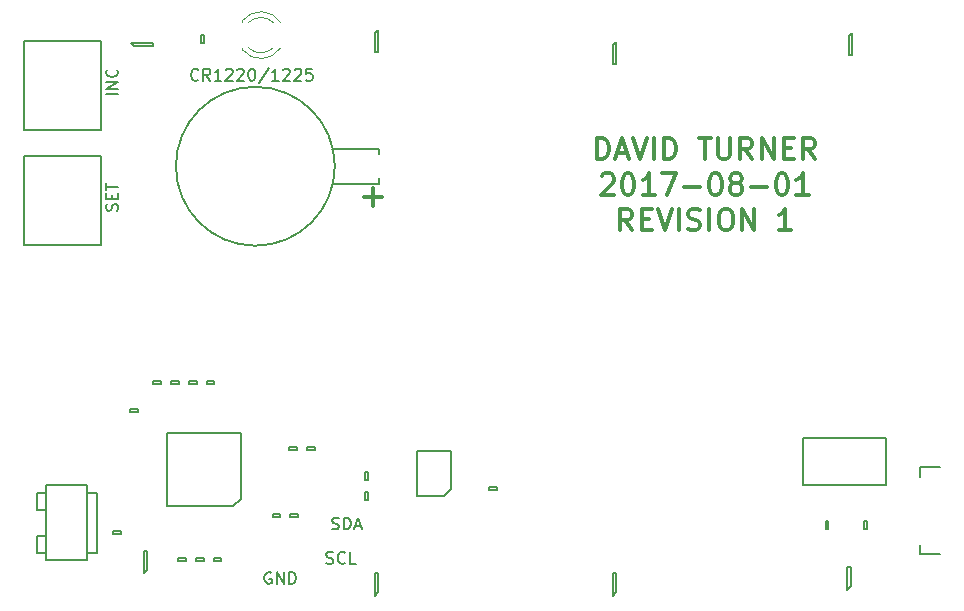
<source format=gto>
G04 #@! TF.GenerationSoftware,KiCad,Pcbnew,(2017-07-16 revision e797af331)-makepkg*
G04 #@! TF.CreationDate,2017-08-01T20:13:45+01:00*
G04 #@! TF.ProjectId,smalltime,736D616C6C74696D652E6B696361645F,rev?*
G04 #@! TF.SameCoordinates,Original
G04 #@! TF.FileFunction,Legend,Top*
G04 #@! TF.FilePolarity,Positive*
%FSLAX46Y46*%
G04 Gerber Fmt 4.6, Leading zero omitted, Abs format (unit mm)*
G04 Created by KiCad (PCBNEW (2017-07-16 revision e797af331)-makepkg) date 08/01/17 20:13:45*
%MOMM*%
%LPD*%
G01*
G04 APERTURE LIST*
%ADD10C,0.300000*%
%ADD11C,0.150000*%
%ADD12C,0.120000*%
G04 APERTURE END LIST*
D10*
X103838095Y-52742857D02*
X105361904Y-52742857D01*
X104600000Y-53504761D02*
X104600000Y-51980952D01*
X123485714Y-49514285D02*
X123485714Y-47714285D01*
X123914285Y-47714285D01*
X124171428Y-47800000D01*
X124342857Y-47971428D01*
X124428571Y-48142857D01*
X124514285Y-48485714D01*
X124514285Y-48742857D01*
X124428571Y-49085714D01*
X124342857Y-49257142D01*
X124171428Y-49428571D01*
X123914285Y-49514285D01*
X123485714Y-49514285D01*
X125200000Y-49000000D02*
X126057142Y-49000000D01*
X125028571Y-49514285D02*
X125628571Y-47714285D01*
X126228571Y-49514285D01*
X126571428Y-47714285D02*
X127171428Y-49514285D01*
X127771428Y-47714285D01*
X128371428Y-49514285D02*
X128371428Y-47714285D01*
X129228571Y-49514285D02*
X129228571Y-47714285D01*
X129657142Y-47714285D01*
X129914285Y-47800000D01*
X130085714Y-47971428D01*
X130171428Y-48142857D01*
X130257142Y-48485714D01*
X130257142Y-48742857D01*
X130171428Y-49085714D01*
X130085714Y-49257142D01*
X129914285Y-49428571D01*
X129657142Y-49514285D01*
X129228571Y-49514285D01*
X132142857Y-47714285D02*
X133171428Y-47714285D01*
X132657142Y-49514285D02*
X132657142Y-47714285D01*
X133771428Y-47714285D02*
X133771428Y-49171428D01*
X133857142Y-49342857D01*
X133942857Y-49428571D01*
X134114285Y-49514285D01*
X134457142Y-49514285D01*
X134628571Y-49428571D01*
X134714285Y-49342857D01*
X134800000Y-49171428D01*
X134800000Y-47714285D01*
X136685714Y-49514285D02*
X136085714Y-48657142D01*
X135657142Y-49514285D02*
X135657142Y-47714285D01*
X136342857Y-47714285D01*
X136514285Y-47800000D01*
X136600000Y-47885714D01*
X136685714Y-48057142D01*
X136685714Y-48314285D01*
X136600000Y-48485714D01*
X136514285Y-48571428D01*
X136342857Y-48657142D01*
X135657142Y-48657142D01*
X137457142Y-49514285D02*
X137457142Y-47714285D01*
X138485714Y-49514285D01*
X138485714Y-47714285D01*
X139342857Y-48571428D02*
X139942857Y-48571428D01*
X140200000Y-49514285D02*
X139342857Y-49514285D01*
X139342857Y-47714285D01*
X140200000Y-47714285D01*
X142000000Y-49514285D02*
X141400000Y-48657142D01*
X140971428Y-49514285D02*
X140971428Y-47714285D01*
X141657142Y-47714285D01*
X141828571Y-47800000D01*
X141914285Y-47885714D01*
X142000000Y-48057142D01*
X142000000Y-48314285D01*
X141914285Y-48485714D01*
X141828571Y-48571428D01*
X141657142Y-48657142D01*
X140971428Y-48657142D01*
X123957142Y-50885714D02*
X124042857Y-50800000D01*
X124214285Y-50714285D01*
X124642857Y-50714285D01*
X124814285Y-50800000D01*
X124900000Y-50885714D01*
X124985714Y-51057142D01*
X124985714Y-51228571D01*
X124900000Y-51485714D01*
X123871428Y-52514285D01*
X124985714Y-52514285D01*
X126100000Y-50714285D02*
X126271428Y-50714285D01*
X126442857Y-50800000D01*
X126528571Y-50885714D01*
X126614285Y-51057142D01*
X126700000Y-51400000D01*
X126700000Y-51828571D01*
X126614285Y-52171428D01*
X126528571Y-52342857D01*
X126442857Y-52428571D01*
X126271428Y-52514285D01*
X126100000Y-52514285D01*
X125928571Y-52428571D01*
X125842857Y-52342857D01*
X125757142Y-52171428D01*
X125671428Y-51828571D01*
X125671428Y-51400000D01*
X125757142Y-51057142D01*
X125842857Y-50885714D01*
X125928571Y-50800000D01*
X126100000Y-50714285D01*
X128414285Y-52514285D02*
X127385714Y-52514285D01*
X127900000Y-52514285D02*
X127900000Y-50714285D01*
X127728571Y-50971428D01*
X127557142Y-51142857D01*
X127385714Y-51228571D01*
X129014285Y-50714285D02*
X130214285Y-50714285D01*
X129442857Y-52514285D01*
X130900000Y-51828571D02*
X132271428Y-51828571D01*
X133471428Y-50714285D02*
X133642857Y-50714285D01*
X133814285Y-50800000D01*
X133900000Y-50885714D01*
X133985714Y-51057142D01*
X134071428Y-51400000D01*
X134071428Y-51828571D01*
X133985714Y-52171428D01*
X133900000Y-52342857D01*
X133814285Y-52428571D01*
X133642857Y-52514285D01*
X133471428Y-52514285D01*
X133300000Y-52428571D01*
X133214285Y-52342857D01*
X133128571Y-52171428D01*
X133042857Y-51828571D01*
X133042857Y-51400000D01*
X133128571Y-51057142D01*
X133214285Y-50885714D01*
X133300000Y-50800000D01*
X133471428Y-50714285D01*
X135100000Y-51485714D02*
X134928571Y-51400000D01*
X134842857Y-51314285D01*
X134757142Y-51142857D01*
X134757142Y-51057142D01*
X134842857Y-50885714D01*
X134928571Y-50800000D01*
X135100000Y-50714285D01*
X135442857Y-50714285D01*
X135614285Y-50800000D01*
X135700000Y-50885714D01*
X135785714Y-51057142D01*
X135785714Y-51142857D01*
X135700000Y-51314285D01*
X135614285Y-51400000D01*
X135442857Y-51485714D01*
X135100000Y-51485714D01*
X134928571Y-51571428D01*
X134842857Y-51657142D01*
X134757142Y-51828571D01*
X134757142Y-52171428D01*
X134842857Y-52342857D01*
X134928571Y-52428571D01*
X135100000Y-52514285D01*
X135442857Y-52514285D01*
X135614285Y-52428571D01*
X135700000Y-52342857D01*
X135785714Y-52171428D01*
X135785714Y-51828571D01*
X135700000Y-51657142D01*
X135614285Y-51571428D01*
X135442857Y-51485714D01*
X136557142Y-51828571D02*
X137928571Y-51828571D01*
X139128571Y-50714285D02*
X139300000Y-50714285D01*
X139471428Y-50800000D01*
X139557142Y-50885714D01*
X139642857Y-51057142D01*
X139728571Y-51400000D01*
X139728571Y-51828571D01*
X139642857Y-52171428D01*
X139557142Y-52342857D01*
X139471428Y-52428571D01*
X139300000Y-52514285D01*
X139128571Y-52514285D01*
X138957142Y-52428571D01*
X138871428Y-52342857D01*
X138785714Y-52171428D01*
X138700000Y-51828571D01*
X138700000Y-51400000D01*
X138785714Y-51057142D01*
X138871428Y-50885714D01*
X138957142Y-50800000D01*
X139128571Y-50714285D01*
X141442857Y-52514285D02*
X140414285Y-52514285D01*
X140928571Y-52514285D02*
X140928571Y-50714285D01*
X140757142Y-50971428D01*
X140585714Y-51142857D01*
X140414285Y-51228571D01*
X126528571Y-55514285D02*
X125928571Y-54657142D01*
X125500000Y-55514285D02*
X125500000Y-53714285D01*
X126185714Y-53714285D01*
X126357142Y-53800000D01*
X126442857Y-53885714D01*
X126528571Y-54057142D01*
X126528571Y-54314285D01*
X126442857Y-54485714D01*
X126357142Y-54571428D01*
X126185714Y-54657142D01*
X125500000Y-54657142D01*
X127300000Y-54571428D02*
X127900000Y-54571428D01*
X128157142Y-55514285D02*
X127300000Y-55514285D01*
X127300000Y-53714285D01*
X128157142Y-53714285D01*
X128671428Y-53714285D02*
X129271428Y-55514285D01*
X129871428Y-53714285D01*
X130471428Y-55514285D02*
X130471428Y-53714285D01*
X131242857Y-55428571D02*
X131500000Y-55514285D01*
X131928571Y-55514285D01*
X132100000Y-55428571D01*
X132185714Y-55342857D01*
X132271428Y-55171428D01*
X132271428Y-55000000D01*
X132185714Y-54828571D01*
X132100000Y-54742857D01*
X131928571Y-54657142D01*
X131585714Y-54571428D01*
X131414285Y-54485714D01*
X131328571Y-54400000D01*
X131242857Y-54228571D01*
X131242857Y-54057142D01*
X131328571Y-53885714D01*
X131414285Y-53800000D01*
X131585714Y-53714285D01*
X132014285Y-53714285D01*
X132271428Y-53800000D01*
X133042857Y-55514285D02*
X133042857Y-53714285D01*
X134242857Y-53714285D02*
X134585714Y-53714285D01*
X134757142Y-53800000D01*
X134928571Y-53971428D01*
X135014285Y-54314285D01*
X135014285Y-54914285D01*
X134928571Y-55257142D01*
X134757142Y-55428571D01*
X134585714Y-55514285D01*
X134242857Y-55514285D01*
X134071428Y-55428571D01*
X133900000Y-55257142D01*
X133814285Y-54914285D01*
X133814285Y-54314285D01*
X133900000Y-53971428D01*
X134071428Y-53800000D01*
X134242857Y-53714285D01*
X135785714Y-55514285D02*
X135785714Y-53714285D01*
X136814285Y-55514285D01*
X136814285Y-53714285D01*
X139985714Y-55514285D02*
X138957142Y-55514285D01*
X139471428Y-55514285D02*
X139471428Y-53714285D01*
X139300000Y-53971428D01*
X139128571Y-54142857D01*
X138957142Y-54228571D01*
D11*
X76900500Y-82830000D02*
X76075000Y-82830000D01*
X76075000Y-82830000D02*
X76075000Y-81369500D01*
X76075000Y-81369500D02*
X76900500Y-81369500D01*
X76900500Y-77750000D02*
X76075000Y-77750000D01*
X76075000Y-77750000D02*
X76075000Y-79210500D01*
X76075000Y-79210500D02*
X76900500Y-79210500D01*
X80329500Y-77750000D02*
X81155000Y-77750000D01*
X81155000Y-77750000D02*
X81155000Y-82830000D01*
X81155000Y-82830000D02*
X80329500Y-82830000D01*
X80329500Y-80290000D02*
X80329500Y-83465000D01*
X80329500Y-83465000D02*
X76900500Y-83465000D01*
X76900500Y-83465000D02*
X76900500Y-77115000D01*
X76900500Y-77115000D02*
X80329500Y-77115000D01*
X80329500Y-77115000D02*
X80329500Y-80290000D01*
X105100000Y-51600000D02*
X101100000Y-51600000D01*
X105100000Y-51100000D02*
X105100000Y-51600000D01*
X105100000Y-48600000D02*
X105100000Y-49100000D01*
X105100000Y-48600000D02*
X101100000Y-48600000D01*
X101326812Y-50100000D02*
G75*
G03X101326812Y-50100000I-6726812J0D01*
G01*
X97475000Y-74125000D02*
X97475000Y-73875000D01*
X97475000Y-73875000D02*
X98125000Y-73875000D01*
X98125000Y-73875000D02*
X98125000Y-74125000D01*
X98125000Y-74125000D02*
X97475000Y-74125000D01*
X98975000Y-74125000D02*
X98975000Y-73875000D01*
X98975000Y-73875000D02*
X99625000Y-73875000D01*
X99625000Y-73875000D02*
X99625000Y-74125000D01*
X99625000Y-74125000D02*
X98975000Y-74125000D01*
X98225000Y-79575000D02*
X98225000Y-79825000D01*
X98225000Y-79825000D02*
X97575000Y-79825000D01*
X97575000Y-79825000D02*
X97575000Y-79575000D01*
X97575000Y-79575000D02*
X98225000Y-79575000D01*
X83975000Y-70925000D02*
X83975000Y-70675000D01*
X83975000Y-70675000D02*
X84625000Y-70675000D01*
X84625000Y-70675000D02*
X84625000Y-70925000D01*
X84625000Y-70925000D02*
X83975000Y-70925000D01*
X96725000Y-79575000D02*
X96725000Y-79825000D01*
X96725000Y-79825000D02*
X96075000Y-79825000D01*
X96075000Y-79825000D02*
X96075000Y-79575000D01*
X96075000Y-79575000D02*
X96725000Y-79575000D01*
X115075000Y-77225000D02*
X115075000Y-77475000D01*
X115075000Y-77475000D02*
X114425000Y-77475000D01*
X114425000Y-77475000D02*
X114425000Y-77225000D01*
X114425000Y-77225000D02*
X115075000Y-77225000D01*
X146375000Y-80825000D02*
X146125000Y-80825000D01*
X146125000Y-80825000D02*
X146125000Y-80175000D01*
X146125000Y-80175000D02*
X146375000Y-80175000D01*
X146375000Y-80175000D02*
X146375000Y-80825000D01*
X143125000Y-80825000D02*
X142875000Y-80825000D01*
X142875000Y-80825000D02*
X142875000Y-80175000D01*
X142875000Y-80175000D02*
X143125000Y-80175000D01*
X143125000Y-80175000D02*
X143125000Y-80825000D01*
X92750000Y-78850000D02*
X87150000Y-78850000D01*
X87150000Y-78850000D02*
X87150000Y-72650000D01*
X87150000Y-72650000D02*
X93350000Y-72650000D01*
X93350000Y-72650000D02*
X93350000Y-78250000D01*
X93350000Y-78250000D02*
X92750000Y-78850000D01*
X110575000Y-78005000D02*
X108325000Y-78005000D01*
X108325000Y-78005000D02*
X108325000Y-74195000D01*
X108325000Y-74195000D02*
X111175000Y-74195000D01*
X111175000Y-74195000D02*
X111175000Y-77405000D01*
X111175000Y-77405000D02*
X110575000Y-78005000D01*
X141000000Y-77100000D02*
X141000000Y-73100000D01*
X141000000Y-73100000D02*
X148000000Y-73100000D01*
X148000000Y-73100000D02*
X148000000Y-77100000D01*
X148000000Y-77100000D02*
X141000000Y-77100000D01*
X150875000Y-82950000D02*
X152575000Y-82950000D01*
X150875000Y-82150000D02*
X150875000Y-82950000D01*
X150875000Y-75550000D02*
X150875000Y-76400000D01*
X152575000Y-75550000D02*
X150875000Y-75550000D01*
D12*
X96742335Y-37921392D02*
G75*
G03X93510000Y-37764484I-1672335J-1078608D01*
G01*
X96742335Y-40078608D02*
G75*
G02X93510000Y-40235516I-1672335J1078608D01*
G01*
X96111130Y-37920163D02*
G75*
G03X94029039Y-37920000I-1041130J-1079837D01*
G01*
X96111130Y-40079837D02*
G75*
G02X94029039Y-40080000I-1041130J1079837D01*
G01*
X93510000Y-37764000D02*
X93510000Y-37920000D01*
X93510000Y-40080000D02*
X93510000Y-40236000D01*
D11*
X85150000Y-84550000D02*
X85150000Y-84550000D01*
X85150000Y-84550000D02*
X85150000Y-82650000D01*
X85150000Y-82650000D02*
X85450000Y-82650000D01*
X85450000Y-82650000D02*
X85450000Y-84250000D01*
X85450000Y-84250000D02*
X85150000Y-84550000D01*
X104700000Y-86450000D02*
X104700000Y-86450000D01*
X104700000Y-86450000D02*
X104700000Y-84550000D01*
X104700000Y-84550000D02*
X105000000Y-84550000D01*
X105000000Y-84550000D02*
X105000000Y-86150000D01*
X105000000Y-86150000D02*
X104700000Y-86450000D01*
X124850000Y-86450000D02*
X124850000Y-86450000D01*
X124850000Y-86450000D02*
X124850000Y-84550000D01*
X124850000Y-84550000D02*
X125150000Y-84550000D01*
X125150000Y-84550000D02*
X125150000Y-86150000D01*
X125150000Y-86150000D02*
X124850000Y-86450000D01*
X144700000Y-85950000D02*
X144700000Y-85950000D01*
X144700000Y-85950000D02*
X144700000Y-84050000D01*
X144700000Y-84050000D02*
X145000000Y-84050000D01*
X145000000Y-84050000D02*
X145000000Y-85650000D01*
X145000000Y-85650000D02*
X144700000Y-85950000D01*
X84050000Y-39650000D02*
X84050000Y-39650000D01*
X84050000Y-39650000D02*
X85950000Y-39650000D01*
X85950000Y-39650000D02*
X85950000Y-39950000D01*
X85950000Y-39950000D02*
X84350000Y-39950000D01*
X84350000Y-39950000D02*
X84050000Y-39650000D01*
X105000000Y-38550000D02*
X105000000Y-38550000D01*
X105000000Y-38550000D02*
X105000000Y-40450000D01*
X105000000Y-40450000D02*
X104700000Y-40450000D01*
X104700000Y-40450000D02*
X104700000Y-38850000D01*
X104700000Y-38850000D02*
X105000000Y-38550000D01*
X125150000Y-39550000D02*
X125150000Y-39550000D01*
X125150000Y-39550000D02*
X125150000Y-41450000D01*
X125150000Y-41450000D02*
X124850000Y-41450000D01*
X124850000Y-41450000D02*
X124850000Y-39850000D01*
X124850000Y-39850000D02*
X125150000Y-39550000D01*
X145150000Y-38800000D02*
X145150000Y-38800000D01*
X145150000Y-38800000D02*
X145150000Y-40700000D01*
X145150000Y-40700000D02*
X144850000Y-40700000D01*
X144850000Y-40700000D02*
X144850000Y-39100000D01*
X144850000Y-39100000D02*
X145150000Y-38800000D01*
X103875000Y-76025000D02*
X104125000Y-76025000D01*
X104125000Y-76025000D02*
X104125000Y-76675000D01*
X104125000Y-76675000D02*
X103875000Y-76675000D01*
X103875000Y-76675000D02*
X103875000Y-76025000D01*
X103875000Y-77675000D02*
X104125000Y-77675000D01*
X104125000Y-77675000D02*
X104125000Y-78325000D01*
X104125000Y-78325000D02*
X103875000Y-78325000D01*
X103875000Y-78325000D02*
X103875000Y-77675000D01*
X90225000Y-39625000D02*
X89975000Y-39625000D01*
X89975000Y-39625000D02*
X89975000Y-38975000D01*
X89975000Y-38975000D02*
X90225000Y-38975000D01*
X90225000Y-38975000D02*
X90225000Y-39625000D01*
X88075000Y-83525000D02*
X88075000Y-83275000D01*
X88075000Y-83275000D02*
X88725000Y-83275000D01*
X88725000Y-83275000D02*
X88725000Y-83525000D01*
X88725000Y-83525000D02*
X88075000Y-83525000D01*
X82575000Y-81225000D02*
X82575000Y-80975000D01*
X82575000Y-80975000D02*
X83225000Y-80975000D01*
X83225000Y-80975000D02*
X83225000Y-81225000D01*
X83225000Y-81225000D02*
X82575000Y-81225000D01*
X88125000Y-68275000D02*
X88125000Y-68525000D01*
X88125000Y-68525000D02*
X87475000Y-68525000D01*
X87475000Y-68525000D02*
X87475000Y-68275000D01*
X87475000Y-68275000D02*
X88125000Y-68275000D01*
X89625000Y-68275000D02*
X89625000Y-68525000D01*
X89625000Y-68525000D02*
X88975000Y-68525000D01*
X88975000Y-68525000D02*
X88975000Y-68275000D01*
X88975000Y-68275000D02*
X89625000Y-68275000D01*
X91125000Y-68275000D02*
X91125000Y-68525000D01*
X91125000Y-68525000D02*
X90475000Y-68525000D01*
X90475000Y-68525000D02*
X90475000Y-68275000D01*
X90475000Y-68275000D02*
X91125000Y-68275000D01*
X89575000Y-83525000D02*
X89575000Y-83275000D01*
X89575000Y-83275000D02*
X90225000Y-83275000D01*
X90225000Y-83275000D02*
X90225000Y-83525000D01*
X90225000Y-83525000D02*
X89575000Y-83525000D01*
X91075000Y-83525000D02*
X91075000Y-83275000D01*
X91075000Y-83275000D02*
X91725000Y-83275000D01*
X91725000Y-83275000D02*
X91725000Y-83525000D01*
X91725000Y-83525000D02*
X91075000Y-83525000D01*
X86625000Y-68275000D02*
X86625000Y-68525000D01*
X86625000Y-68525000D02*
X85975000Y-68525000D01*
X85975000Y-68525000D02*
X85975000Y-68275000D01*
X85975000Y-68275000D02*
X86625000Y-68275000D01*
X75000000Y-39500000D02*
X81500000Y-39500000D01*
X75000000Y-47000000D02*
X75000000Y-39500000D01*
X81500000Y-47000000D02*
X75000000Y-47000000D01*
X81500000Y-39500000D02*
X81500000Y-47000000D01*
X75000000Y-49250000D02*
X81500000Y-49250000D01*
X75000000Y-56750000D02*
X75000000Y-49250000D01*
X81500000Y-56750000D02*
X75000000Y-56750000D01*
X81500000Y-49250000D02*
X81500000Y-56750000D01*
X100609523Y-83704761D02*
X100752380Y-83752380D01*
X100990476Y-83752380D01*
X101085714Y-83704761D01*
X101133333Y-83657142D01*
X101180952Y-83561904D01*
X101180952Y-83466666D01*
X101133333Y-83371428D01*
X101085714Y-83323809D01*
X100990476Y-83276190D01*
X100800000Y-83228571D01*
X100704761Y-83180952D01*
X100657142Y-83133333D01*
X100609523Y-83038095D01*
X100609523Y-82942857D01*
X100657142Y-82847619D01*
X100704761Y-82800000D01*
X100800000Y-82752380D01*
X101038095Y-82752380D01*
X101180952Y-82800000D01*
X102180952Y-83657142D02*
X102133333Y-83704761D01*
X101990476Y-83752380D01*
X101895238Y-83752380D01*
X101752380Y-83704761D01*
X101657142Y-83609523D01*
X101609523Y-83514285D01*
X101561904Y-83323809D01*
X101561904Y-83180952D01*
X101609523Y-82990476D01*
X101657142Y-82895238D01*
X101752380Y-82800000D01*
X101895238Y-82752380D01*
X101990476Y-82752380D01*
X102133333Y-82800000D01*
X102180952Y-82847619D01*
X103085714Y-83752380D02*
X102609523Y-83752380D01*
X102609523Y-82752380D01*
X101085714Y-80804761D02*
X101228571Y-80852380D01*
X101466666Y-80852380D01*
X101561904Y-80804761D01*
X101609523Y-80757142D01*
X101657142Y-80661904D01*
X101657142Y-80566666D01*
X101609523Y-80471428D01*
X101561904Y-80423809D01*
X101466666Y-80376190D01*
X101276190Y-80328571D01*
X101180952Y-80280952D01*
X101133333Y-80233333D01*
X101085714Y-80138095D01*
X101085714Y-80042857D01*
X101133333Y-79947619D01*
X101180952Y-79900000D01*
X101276190Y-79852380D01*
X101514285Y-79852380D01*
X101657142Y-79900000D01*
X102085714Y-80852380D02*
X102085714Y-79852380D01*
X102323809Y-79852380D01*
X102466666Y-79900000D01*
X102561904Y-79995238D01*
X102609523Y-80090476D01*
X102657142Y-80280952D01*
X102657142Y-80423809D01*
X102609523Y-80614285D01*
X102561904Y-80709523D01*
X102466666Y-80804761D01*
X102323809Y-80852380D01*
X102085714Y-80852380D01*
X103038095Y-80566666D02*
X103514285Y-80566666D01*
X102942857Y-80852380D02*
X103276190Y-79852380D01*
X103609523Y-80852380D01*
X95938095Y-84500000D02*
X95842857Y-84452380D01*
X95700000Y-84452380D01*
X95557142Y-84500000D01*
X95461904Y-84595238D01*
X95414285Y-84690476D01*
X95366666Y-84880952D01*
X95366666Y-85023809D01*
X95414285Y-85214285D01*
X95461904Y-85309523D01*
X95557142Y-85404761D01*
X95700000Y-85452380D01*
X95795238Y-85452380D01*
X95938095Y-85404761D01*
X95985714Y-85357142D01*
X95985714Y-85023809D01*
X95795238Y-85023809D01*
X96414285Y-85452380D02*
X96414285Y-84452380D01*
X96985714Y-85452380D01*
X96985714Y-84452380D01*
X97461904Y-85452380D02*
X97461904Y-84452380D01*
X97700000Y-84452380D01*
X97842857Y-84500000D01*
X97938095Y-84595238D01*
X97985714Y-84690476D01*
X98033333Y-84880952D01*
X98033333Y-85023809D01*
X97985714Y-85214285D01*
X97938095Y-85309523D01*
X97842857Y-85404761D01*
X97700000Y-85452380D01*
X97461904Y-85452380D01*
X89776190Y-42757142D02*
X89728571Y-42804761D01*
X89585714Y-42852380D01*
X89490476Y-42852380D01*
X89347619Y-42804761D01*
X89252380Y-42709523D01*
X89204761Y-42614285D01*
X89157142Y-42423809D01*
X89157142Y-42280952D01*
X89204761Y-42090476D01*
X89252380Y-41995238D01*
X89347619Y-41900000D01*
X89490476Y-41852380D01*
X89585714Y-41852380D01*
X89728571Y-41900000D01*
X89776190Y-41947619D01*
X90776190Y-42852380D02*
X90442857Y-42376190D01*
X90204761Y-42852380D02*
X90204761Y-41852380D01*
X90585714Y-41852380D01*
X90680952Y-41900000D01*
X90728571Y-41947619D01*
X90776190Y-42042857D01*
X90776190Y-42185714D01*
X90728571Y-42280952D01*
X90680952Y-42328571D01*
X90585714Y-42376190D01*
X90204761Y-42376190D01*
X91728571Y-42852380D02*
X91157142Y-42852380D01*
X91442857Y-42852380D02*
X91442857Y-41852380D01*
X91347619Y-41995238D01*
X91252380Y-42090476D01*
X91157142Y-42138095D01*
X92109523Y-41947619D02*
X92157142Y-41900000D01*
X92252380Y-41852380D01*
X92490476Y-41852380D01*
X92585714Y-41900000D01*
X92633333Y-41947619D01*
X92680952Y-42042857D01*
X92680952Y-42138095D01*
X92633333Y-42280952D01*
X92061904Y-42852380D01*
X92680952Y-42852380D01*
X93061904Y-41947619D02*
X93109523Y-41900000D01*
X93204761Y-41852380D01*
X93442857Y-41852380D01*
X93538095Y-41900000D01*
X93585714Y-41947619D01*
X93633333Y-42042857D01*
X93633333Y-42138095D01*
X93585714Y-42280952D01*
X93014285Y-42852380D01*
X93633333Y-42852380D01*
X94252380Y-41852380D02*
X94347619Y-41852380D01*
X94442857Y-41900000D01*
X94490476Y-41947619D01*
X94538095Y-42042857D01*
X94585714Y-42233333D01*
X94585714Y-42471428D01*
X94538095Y-42661904D01*
X94490476Y-42757142D01*
X94442857Y-42804761D01*
X94347619Y-42852380D01*
X94252380Y-42852380D01*
X94157142Y-42804761D01*
X94109523Y-42757142D01*
X94061904Y-42661904D01*
X94014285Y-42471428D01*
X94014285Y-42233333D01*
X94061904Y-42042857D01*
X94109523Y-41947619D01*
X94157142Y-41900000D01*
X94252380Y-41852380D01*
X95728571Y-41804761D02*
X94871428Y-43090476D01*
X96585714Y-42852380D02*
X96014285Y-42852380D01*
X96300000Y-42852380D02*
X96300000Y-41852380D01*
X96204761Y-41995238D01*
X96109523Y-42090476D01*
X96014285Y-42138095D01*
X96966666Y-41947619D02*
X97014285Y-41900000D01*
X97109523Y-41852380D01*
X97347619Y-41852380D01*
X97442857Y-41900000D01*
X97490476Y-41947619D01*
X97538095Y-42042857D01*
X97538095Y-42138095D01*
X97490476Y-42280952D01*
X96919047Y-42852380D01*
X97538095Y-42852380D01*
X97919047Y-41947619D02*
X97966666Y-41900000D01*
X98061904Y-41852380D01*
X98300000Y-41852380D01*
X98395238Y-41900000D01*
X98442857Y-41947619D01*
X98490476Y-42042857D01*
X98490476Y-42138095D01*
X98442857Y-42280952D01*
X97871428Y-42852380D01*
X98490476Y-42852380D01*
X99395238Y-41852380D02*
X98919047Y-41852380D01*
X98871428Y-42328571D01*
X98919047Y-42280952D01*
X99014285Y-42233333D01*
X99252380Y-42233333D01*
X99347619Y-42280952D01*
X99395238Y-42328571D01*
X99442857Y-42423809D01*
X99442857Y-42661904D01*
X99395238Y-42757142D01*
X99347619Y-42804761D01*
X99252380Y-42852380D01*
X99014285Y-42852380D01*
X98919047Y-42804761D01*
X98871428Y-42757142D01*
X82952380Y-44023809D02*
X81952380Y-44023809D01*
X82952380Y-43547619D02*
X81952380Y-43547619D01*
X82952380Y-42976190D01*
X81952380Y-42976190D01*
X82857142Y-41928571D02*
X82904761Y-41976190D01*
X82952380Y-42119047D01*
X82952380Y-42214285D01*
X82904761Y-42357142D01*
X82809523Y-42452380D01*
X82714285Y-42500000D01*
X82523809Y-42547619D01*
X82380952Y-42547619D01*
X82190476Y-42500000D01*
X82095238Y-42452380D01*
X82000000Y-42357142D01*
X81952380Y-42214285D01*
X81952380Y-42119047D01*
X82000000Y-41976190D01*
X82047619Y-41928571D01*
X82904761Y-53869047D02*
X82952380Y-53726190D01*
X82952380Y-53488095D01*
X82904761Y-53392857D01*
X82857142Y-53345238D01*
X82761904Y-53297619D01*
X82666666Y-53297619D01*
X82571428Y-53345238D01*
X82523809Y-53392857D01*
X82476190Y-53488095D01*
X82428571Y-53678571D01*
X82380952Y-53773809D01*
X82333333Y-53821428D01*
X82238095Y-53869047D01*
X82142857Y-53869047D01*
X82047619Y-53821428D01*
X82000000Y-53773809D01*
X81952380Y-53678571D01*
X81952380Y-53440476D01*
X82000000Y-53297619D01*
X82428571Y-52869047D02*
X82428571Y-52535714D01*
X82952380Y-52392857D02*
X82952380Y-52869047D01*
X81952380Y-52869047D01*
X81952380Y-52392857D01*
X81952380Y-52107142D02*
X81952380Y-51535714D01*
X82952380Y-51821428D02*
X81952380Y-51821428D01*
M02*

</source>
